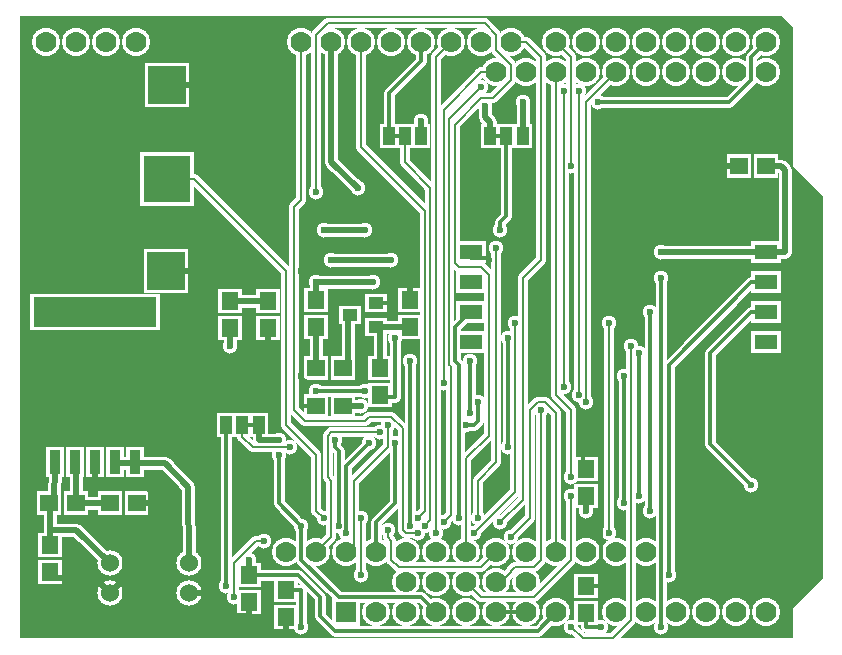
<source format=gbr>
G04 GERBER ASCII OUTPUT FROM: EDWINXP (VER. 1.61 REV. 20080915)*
G04 GERBER FORMAT: RX-274-X*
G04 BOARD: AMICUS_GSM_SHIELD*
G04 ARTWORK OF COMP.LAYERPOSITIVE SUPERIMPOSED ON NEGATIVE*
%ASAXBY*%
%FSLAX23Y23*%
%MIA0B0*%
%MOIN*%
%OFA0.0000B0.0000*%
%SFA1B1*%
%IJA0B0*%
%INLAYER2NEGPOS*%
%IOA0B0*%
%IPPOS*%
%IR0*%
G04 APERTURE MACROS*
%AMEDWDONUT*
1,1,$1,$2,$3*
1,0,$4,$2,$3*
%
%AMEDWFRECT*
20,1,$1,$2,$3,$4,$5,$6*
%
%AMEDWORECT*
20,1,$1,$2,$3,$4,$5,$10*
20,1,$1,$4,$5,$6,$7,$10*
20,1,$1,$6,$7,$8,$9,$10*
20,1,$1,$8,$9,$2,$3,$10*
1,1,$1,$2,$3*
1,1,$1,$4,$5*
1,1,$1,$6,$7*
1,1,$1,$8,$9*
%
%AMEDWLINER*
20,1,$1,$2,$3,$4,$5,$6*
1,1,$1,$2,$3*
1,1,$1,$4,$5*
%
%AMEDWFTRNG*
4,1,3,$1,$2,$3,$4,$5,$6,$7,$8,$9*
%
%AMEDWATRNG*
4,1,3,$1,$2,$3,$4,$5,$6,$7,$8,$9*
20,1,$11,$1,$2,$3,$4,$10*
20,1,$11,$3,$4,$5,$6,$10*
20,1,$11,$5,$6,$7,$8,$10*
1,1,$11,$3,$4*
1,1,$11,$5,$6*
1,1,$11,$7,$8*
%
%AMEDWOTRNG*
20,1,$1,$2,$3,$4,$5,$8*
20,1,$1,$4,$5,$6,$7,$8*
20,1,$1,$6,$7,$2,$3,$8*
1,1,$1,$2,$3*
1,1,$1,$4,$5*
1,1,$1,$6,$7*
%
G04*
G04 APERTURE LIST*
%ADD10R,0.07874X0.05512*%
%ADD11R,0.10274X0.07912*%
%ADD12R,0.0748X0.05118*%
%ADD13R,0.0988X0.07518*%
%ADD14R,0.0700X0.0650*%
%ADD15R,0.0940X0.0890*%
%ADD16R,0.0600X0.0550*%
%ADD17R,0.0840X0.0790*%
%ADD18R,0.0650X0.0700*%
%ADD19R,0.0890X0.0940*%
%ADD20R,0.0550X0.0600*%
%ADD21R,0.0790X0.0840*%
%ADD22R,0.01378X0.06496*%
%ADD23R,0.03778X0.08896*%
%ADD24R,0.01181X0.06299*%
%ADD25R,0.03581X0.08699*%
%ADD26R,0.03386X0.05354*%
%ADD27R,0.05786X0.07754*%
%ADD28R,0.0315X0.05118*%
%ADD29R,0.0555X0.07518*%
%ADD30R,0.16535X0.16535*%
%ADD31R,0.18935X0.18935*%
%ADD32R,0.15748X0.15748*%
%ADD33R,0.18148X0.18148*%
%ADD34R,0.0450X0.0900*%
%ADD35R,0.0690X0.1140*%
%ADD36R,0.0350X0.0800*%
%ADD37R,0.0590X0.1040*%
%ADD38R,0.4200X0.1100*%
%ADD39R,0.4440X0.1340*%
%ADD40R,0.4100X0.1000*%
%ADD41R,0.4340X0.1240*%
%ADD42R,0.0580X0.0500*%
%ADD43R,0.0820X0.0740*%
%ADD44R,0.0480X0.0400*%
%ADD45R,0.0720X0.0640*%
%ADD46R,0.04724X0.06693*%
%ADD47R,0.07124X0.09093*%
%ADD48R,0.03937X0.05906*%
%ADD49R,0.06337X0.08306*%
%ADD50R,0.1350X0.1350*%
%ADD51R,0.1590X0.1590*%
%ADD52R,0.1250X0.1250*%
%ADD53R,0.1490X0.1490*%
%ADD54R,0.1700X0.1700*%
%ADD55R,0.1940X0.1940*%
%ADD56R,0.1560X0.1560*%
%ADD57R,0.1800X0.1800*%
%ADD58R,0.0860X0.0860*%
%ADD59R,0.1100X0.1100*%
%ADD60R,0.0700X0.0700*%
%ADD61R,0.0940X0.0940*%
%ADD62C,0.00039*%
%ADD64C,0.0010*%
%ADD66C,0.00118*%
%ADD68C,0.00197*%
%ADD70C,0.0020*%
%ADD71R,0.0020X0.0020*%
%ADD72C,0.0030*%
%ADD73R,0.0030X0.0030*%
%ADD74C,0.00394*%
%ADD76C,0.0040*%
%ADD77R,0.0040X0.0040*%
%ADD78C,0.0050*%
%ADD79R,0.0050X0.0050*%
%ADD80C,0.00512*%
%ADD81R,0.00512X0.00512*%
%ADD82C,0.00591*%
%ADD83R,0.00591X0.00591*%
%ADD84C,0.00659*%
%ADD85R,0.00659X0.00659*%
%ADD86C,0.00787*%
%ADD87R,0.00787X0.00787*%
%ADD88C,0.00799*%
%ADD90C,0.0080*%
%ADD92C,0.00984*%
%ADD93R,0.00984X0.00984*%
%ADD94C,0.0100*%
%ADD95R,0.0100X0.0100*%
%ADD96C,0.01181*%
%ADD97R,0.01181X0.01181*%
%ADD98C,0.0120*%
%ADD100C,0.0120*%
%ADD102C,0.0126*%
%ADD104C,0.0130*%
%ADD106C,0.01378*%
%ADD107R,0.01378X0.01378*%
%ADD108C,0.0150*%
%ADD109R,0.0150X0.0150*%
%ADD110C,0.0160*%
%ADD112C,0.01654*%
%ADD113R,0.01654X0.01654*%
%ADD114C,0.01969*%
%ADD115R,0.01969X0.01969*%
%ADD116C,0.0200*%
%ADD118C,0.02362*%
%ADD119R,0.02362X0.02362*%
%ADD120C,0.0240*%
%ADD121R,0.0240X0.0240*%
%ADD122C,0.0240*%
%ADD123R,0.0240X0.0240*%
%ADD124C,0.02439*%
%ADD125R,0.02439X0.02439*%
%ADD126C,0.02441*%
%ADD127R,0.02441X0.02441*%
%ADD128C,0.0250*%
%ADD129R,0.0250X0.0250*%
%ADD130C,0.02597*%
%ADD132C,0.02756*%
%ADD134C,0.02794*%
%ADD136C,0.0290*%
%ADD138C,0.02912*%
%ADD139R,0.02912X0.02912*%
%ADD140C,0.02991*%
%ADD141R,0.02991X0.02991*%
%ADD142C,0.0300*%
%ADD143R,0.0300X0.0300*%
%ADD144C,0.03059*%
%ADD145R,0.03059X0.03059*%
%ADD146C,0.0315*%
%ADD147R,0.0315X0.0315*%
%ADD148C,0.03187*%
%ADD150C,0.03199*%
%ADD151R,0.03199X0.03199*%
%ADD152C,0.0320*%
%ADD153R,0.0320X0.0320*%
%ADD154C,0.03386*%
%ADD155R,0.03386X0.03386*%
%ADD156C,0.0350*%
%ADD157R,0.0350X0.0350*%
%ADD158C,0.03581*%
%ADD159R,0.03581X0.03581*%
%ADD160C,0.0360*%
%ADD162C,0.0370*%
%ADD164C,0.03778*%
%ADD165R,0.03778X0.03778*%
%ADD166C,0.0390*%
%ADD167R,0.0390X0.0390*%
%ADD168C,0.03937*%
%ADD169R,0.03937X0.03937*%
%ADD170C,0.0400*%
%ADD171R,0.0400X0.0400*%
%ADD172C,0.04173*%
%ADD173R,0.04173X0.04173*%
%ADD174C,0.04331*%
%ADD176C,0.04369*%
%ADD177R,0.04369X0.04369*%
%ADD178C,0.0440*%
%ADD180C,0.0450*%
%ADD181R,0.0450X0.0450*%
%ADD182C,0.0470*%
%ADD183R,0.0470X0.0470*%
%ADD184C,0.04724*%
%ADD185R,0.04724X0.04724*%
%ADD186C,0.04762*%
%ADD187R,0.04762X0.04762*%
%ADD188C,0.0490*%
%ADD189R,0.0490X0.0490*%
%ADD190C,0.04921*%
%ADD191R,0.04921X0.04921*%
%ADD192C,0.04961*%
%ADD193R,0.04961X0.04961*%
%ADD194C,0.0500*%
%ADD195R,0.0500X0.0500*%
%ADD196C,0.05118*%
%ADD197R,0.05118X0.05118*%
%ADD198C,0.05354*%
%ADD199R,0.05354X0.05354*%
%ADD200C,0.05512*%
%ADD201R,0.05512X0.05512*%
%ADD202C,0.0555*%
%ADD203R,0.0555X0.0555*%
%ADD204C,0.0560*%
%ADD205R,0.0560X0.0560*%
%ADD206C,0.0570*%
%ADD207R,0.0570X0.0570*%
%ADD208C,0.05786*%
%ADD209R,0.05786X0.05786*%
%ADD210C,0.0590*%
%ADD211R,0.0590X0.0590*%
%ADD212C,0.05906*%
%ADD213R,0.05906X0.05906*%
%ADD214C,0.05945*%
%ADD215R,0.05945X0.05945*%
%ADD216C,0.0600*%
%ADD217R,0.0600X0.0600*%
%ADD218C,0.0620*%
%ADD219R,0.0620X0.0620*%
%ADD220C,0.06201*%
%ADD221R,0.06201X0.06201*%
%ADD222C,0.06299*%
%ADD223R,0.06299X0.06299*%
%ADD224C,0.06337*%
%ADD225R,0.06337X0.06337*%
%ADD226C,0.06496*%
%ADD227R,0.06496X0.06496*%
%ADD228C,0.0650*%
%ADD229R,0.0650X0.0650*%
%ADD230C,0.06693*%
%ADD231R,0.06693X0.06693*%
%ADD232C,0.06731*%
%ADD233R,0.06731X0.06731*%
%ADD234C,0.0690*%
%ADD235R,0.0690X0.0690*%
%ADD236C,0.06906*%
%ADD237R,0.06906X0.06906*%
%ADD238C,0.0700*%
%ADD239R,0.0700X0.0700*%
%ADD240C,0.07008*%
%ADD241R,0.07008X0.07008*%
%ADD242C,0.07087*%
%ADD243R,0.07087X0.07087*%
%ADD244C,0.0710*%
%ADD245R,0.0710X0.0710*%
%ADD246C,0.07124*%
%ADD247R,0.07124X0.07124*%
%ADD248C,0.0740*%
%ADD249R,0.0740X0.0740*%
%ADD250C,0.0748*%
%ADD251R,0.0748X0.0748*%
%ADD252C,0.0750*%
%ADD253R,0.0750X0.0750*%
%ADD254C,0.07518*%
%ADD255R,0.07518X0.07518*%
%ADD256C,0.07598*%
%ADD257R,0.07598X0.07598*%
%ADD258C,0.0760*%
%ADD259R,0.0760X0.0760*%
%ADD260C,0.07754*%
%ADD261R,0.07754X0.07754*%
%ADD262C,0.07795*%
%ADD263R,0.07795X0.07795*%
%ADD264C,0.07874*%
%ADD265R,0.07874X0.07874*%
%ADD266C,0.07912*%
%ADD267R,0.07912X0.07912*%
%ADD268C,0.0800*%
%ADD269R,0.0800X0.0800*%
%ADD270C,0.0810*%
%ADD271R,0.0810X0.0810*%
%ADD272C,0.08268*%
%ADD273R,0.08268X0.08268*%
%ADD274C,0.08306*%
%ADD275R,0.08306X0.08306*%
%ADD276C,0.08345*%
%ADD277R,0.08345X0.08345*%
%ADD278C,0.0840*%
%ADD279R,0.0840X0.0840*%
%ADD280C,0.08598*%
%ADD281R,0.08598X0.08598*%
%ADD282C,0.0860*%
%ADD283R,0.0860X0.0860*%
%ADD284C,0.08601*%
%ADD285R,0.08601X0.08601*%
%ADD286C,0.08661*%
%ADD287R,0.08661X0.08661*%
%ADD288C,0.08699*%
%ADD289R,0.08699X0.08699*%
%ADD290C,0.0870*%
%ADD291R,0.0870X0.0870*%
%ADD292C,0.08896*%
%ADD293R,0.08896X0.08896*%
%ADD294C,0.0890*%
%ADD295R,0.0890X0.0890*%
%ADD296C,0.0900*%
%ADD297R,0.0900X0.0900*%
%ADD298C,0.09093*%
%ADD299R,0.09093X0.09093*%
%ADD300C,0.0940*%
%ADD301R,0.0940X0.0940*%
%ADD302C,0.09449*%
%ADD303R,0.09449X0.09449*%
%ADD304C,0.09528*%
%ADD305R,0.09528X0.09528*%
%ADD306C,0.0970*%
%ADD307R,0.0970X0.0970*%
%ADD308C,0.09843*%
%ADD309R,0.09843X0.09843*%
%ADD310C,0.0988*%
%ADD311R,0.0988X0.0988*%
%ADD312C,0.0990*%
%ADD313R,0.0990X0.0990*%
%ADD314C,0.09998*%
%ADD316C,0.1000*%
%ADD317R,0.1000X0.1000*%
%ADD318C,0.10236*%
%ADD319R,0.10236X0.10236*%
%ADD320C,0.10274*%
%ADD321R,0.10274X0.10274*%
%ADD322C,0.10315*%
%ADD323R,0.10315X0.10315*%
%ADD324C,0.1040*%
%ADD325R,0.1040X0.1040*%
%ADD326C,0.1063*%
%ADD327R,0.1063X0.1063*%
%ADD328C,0.10668*%
%ADD329R,0.10668X0.10668*%
%ADD330C,0.10998*%
%ADD331R,0.10998X0.10998*%
%ADD332C,0.1100*%
%ADD333R,0.1100X0.1100*%
%ADD334C,0.11024*%
%ADD335R,0.11024X0.11024*%
%ADD336C,0.11061*%
%ADD337R,0.11061X0.11061*%
%ADD338C,0.1110*%
%ADD339R,0.1110X0.1110*%
%ADD340C,0.1120*%
%ADD341R,0.1120X0.1120*%
%ADD342C,0.1140*%
%ADD343R,0.1140X0.1140*%
%ADD344C,0.1150*%
%ADD345R,0.1150X0.1150*%
%ADD346C,0.11811*%
%ADD347R,0.11811X0.11811*%
%ADD348C,0.1200*%
%ADD349R,0.1200X0.1200*%
%ADD350C,0.1210*%
%ADD351R,0.1210X0.1210*%
%ADD352C,0.12243*%
%ADD353R,0.12243X0.12243*%
%ADD354C,0.1240*%
%ADD355R,0.1240X0.1240*%
%ADD356C,0.1250*%
%ADD357R,0.1250X0.1250*%
%ADD358C,0.12598*%
%ADD359R,0.12598X0.12598*%
%ADD360C,0.12636*%
%ADD361R,0.12636X0.12636*%
%ADD362C,0.12992*%
%ADD363R,0.12992X0.12992*%
%ADD364C,0.1300*%
%ADD365R,0.1300X0.1300*%
%ADD366C,0.1340*%
%ADD367R,0.1340X0.1340*%
%ADD368C,0.1390*%
%ADD369R,0.1390X0.1390*%
%ADD370C,0.1420*%
%ADD371R,0.1420X0.1420*%
%ADD372C,0.1440*%
%ADD373R,0.1440X0.1440*%
%ADD374C,0.14567*%
%ADD375R,0.14567X0.14567*%
%ADD376C,0.1490*%
%ADD377R,0.1490X0.1490*%
%ADD378C,0.14961*%
%ADD379R,0.14961X0.14961*%
%ADD380C,0.15118*%
%ADD381R,0.15118X0.15118*%
%ADD382C,0.1520*%
%ADD383R,0.1520X0.1520*%
%ADD384C,0.15354*%
%ADD385R,0.15354X0.15354*%
%ADD386C,0.15374*%
%ADD387R,0.15374X0.15374*%
%ADD388C,0.1540*%
%ADD389R,0.1540X0.1540*%
%ADD390C,0.15748*%
%ADD391R,0.15748X0.15748*%
%ADD392C,0.16535*%
%ADD393R,0.16535X0.16535*%
%ADD394C,0.1660*%
%ADD395R,0.1660X0.1660*%
%ADD396C,0.17323*%
%ADD398C,0.1760*%
%ADD399R,0.1760X0.1760*%
%ADD400C,0.17774*%
%ADD401R,0.17774X0.17774*%
%ADD402C,0.18148*%
%ADD403R,0.18148X0.18148*%
%ADD404C,0.18504*%
%ADD406C,0.18898*%
%ADD408C,0.18935*%
%ADD409R,0.18935X0.18935*%
%ADD410C,0.19685*%
%ADD411R,0.19685X0.19685*%
%ADD412C,0.20472*%
%ADD413R,0.20472X0.20472*%
%ADD414C,0.20904*%
%ADD416C,0.2126*%
%ADD418C,0.21298*%
%ADD420C,0.22085*%
%ADD421R,0.22085X0.22085*%
%ADD422C,0.22835*%
%ADD425R,0.22872X0.22872*%
%ADD427R,0.23622X0.23622*%
%ADD429R,0.24409X0.24409*%
%ADD431R,0.24937X0.24937*%
%ADD433R,0.26022X0.26022*%
%ADD435R,0.26142X0.26142*%
%ADD437R,0.26929X0.26929*%
%ADD439R,0.27337X0.27337*%
%ADD441R,0.31496X0.31496*%
%ADD443R,0.32811X0.32811*%
%ADD445R,0.33896X0.33896*%
%ADD447R,0.35211X0.35211*%
%ADD449R,0.35433X0.35433*%
%ADD451R,0.3622X0.3622*%
%ADD453R,0.37833X0.37833*%
%ADD455R,0.3862X0.3862*%
%ADD456C,0.4862*%
%ADD457R,0.4862X0.4862*%
%ADD458C,0.5862*%
%ADD459R,0.5862X0.5862*%
%ADD460C,0.6862*%
%ADD461R,0.6862X0.6862*%
%ADD462C,0.7862*%
%ADD463R,0.7862X0.7862*%
%ADD464C,0.8862*%
%ADD465R,0.8862X0.8862*%
%ADD466C,0.9862*%
%ADD467R,0.9862X0.9862*%
%ADD468C,1.0862*%
%ADD469R,1.0862X1.0862*%
%ADD470C,1.1862*%
%ADD471R,1.1862X1.1862*%
%ADD472C,1.2862*%
%ADD473R,1.2862X1.2862*%
%ADD474C,1.3862*%
%ADD475R,1.3862X1.3862*%
%ADD476C,1.4862*%
%ADD477R,1.4862X1.4862*%
%ADD478C,1.5862*%
%ADD479R,1.5862X1.5862*%
%ADD480C,1.6862*%
%ADD481R,1.6862X1.6862*%
%ADD482C,1.7862*%
%ADD483R,1.7862X1.7862*%
%ADD484C,1.8862*%
%ADD485R,1.8862X1.8862*%
%ADD486C,1.9862*%
%ADD487R,1.9862X1.9862*%
G04*
%LNLLAYER2CPOURD*%
%LPD*%
G36*
X1688Y100D02*
X1688Y13D01*
X13Y13D01*
X13Y2088D01*
X2550Y2088D01*
X2588Y2050D01*
X2588Y1588D01*
X2688Y1488D01*
X2688Y213D01*
X2588Y113D01*
X2588Y13D01*
X1713Y13D01*
X1688Y100D01*
G37*
G36*
X1700Y100D02*
X1663Y13D01*
X1750Y13D01*
X1700Y100D01*
G37*
%LNLLAYER2CRELIEVEC*%
%LPC*%
D13*
X2500Y1300D02*D03*
X2500Y1200D02*D03*
X2500Y1100D02*D03*
X2500Y1000D02*D03*
X1516Y1200D02*D03*
X1516Y1100D02*D03*
X1516Y1000D02*D03*
D17*
X313Y463D02*D03*
X200Y463D02*D03*
X110Y463D02*D03*
D21*
X775Y225D02*D03*
D278*
X575Y263D02*D03*
X313Y263D02*D03*
D300*
X900Y300D02*D03*
X1000Y300D02*D03*
X1100Y300D02*D03*
X1200Y300D02*D03*
X1300Y300D02*D03*
X1400Y300D02*D03*
X1500Y300D02*D03*
X1600Y300D02*D03*
X1700Y200D02*D03*
X1600Y200D02*D03*
X1500Y200D02*D03*
X1400Y200D02*D03*
X1300Y200D02*D03*
D37*
X128Y600D02*D03*
X195Y600D02*D03*
X329Y600D02*D03*
X396Y600D02*D03*
D41*
X263Y1100D02*D03*
D300*
X1800Y2000D02*D03*
X1900Y2000D02*D03*
X2000Y2000D02*D03*
X2100Y2000D02*D03*
X2200Y2000D02*D03*
X2300Y2000D02*D03*
X2400Y2000D02*D03*
X2500Y2000D02*D03*
X1300Y100D02*D03*
X1400Y100D02*D03*
X1500Y100D02*D03*
X1800Y100D02*D03*
X950Y2000D02*D03*
X1050Y2000D02*D03*
X1150Y2000D02*D03*
X1250Y2000D02*D03*
X1350Y2000D02*D03*
X1450Y2000D02*D03*
X1550Y2000D02*D03*
X1650Y2000D02*D03*
X2000Y100D02*D03*
X2100Y100D02*D03*
X2200Y100D02*D03*
X2300Y100D02*D03*
X2400Y100D02*D03*
X2500Y100D02*D03*
X1600Y1900D02*D03*
X1700Y1900D02*D03*
X1800Y1900D02*D03*
X1900Y1900D02*D03*
X2000Y1900D02*D03*
X2100Y1900D02*D03*
X2200Y1900D02*D03*
X2300Y1900D02*D03*
X2400Y1900D02*D03*
X2500Y1900D02*D03*
D21*
X1900Y488D02*D03*
X900Y175D02*D03*
X1313Y1050D02*D03*
X1213Y913D02*D03*
X1213Y823D02*D03*
D45*
X1200Y1050D02*D03*
X1112Y1090D02*D03*
D17*
X1090Y788D02*D03*
D49*
X1350Y1688D02*D03*
X1296Y1688D02*D03*
X1242Y1688D02*D03*
X1688Y1688D02*D03*
X1633Y1688D02*D03*
X1579Y1688D02*D03*
X700Y725D02*D03*
X754Y725D02*D03*
X808Y725D02*D03*
D17*
X2500Y1588D02*D03*
D21*
X113Y325D02*D03*
X1000Y1050D02*D03*
X1000Y1140D02*D03*
D17*
X1090Y913D02*D03*
X1000Y913D02*D03*
D57*
X502Y1544D02*D03*
D300*
X2100Y300D02*D03*
X2000Y300D02*D03*
X1900Y300D02*D03*
X1800Y300D02*D03*
X1700Y300D02*D03*
D21*
X713Y1138D02*D03*
X713Y1048D02*D03*
X1900Y98D02*D03*
D300*
X100Y2000D02*D03*
X200Y2000D02*D03*
X300Y2000D02*D03*
X400Y2000D02*D03*
D21*
X838Y1138D02*D03*
D61*
X1100Y100D02*D03*
D300*
X1200Y100D02*D03*
D316*
X100Y100D02*D03*
X600Y2000D02*D03*
X2600Y300D02*D03*
D53*
X500Y1238D02*D03*
D21*
X1900Y578D02*D03*
X900Y85D02*D03*
X1313Y1140D02*D03*
D45*
X1200Y1130D02*D03*
D17*
X1000Y788D02*D03*
D21*
X838Y1048D02*D03*
D53*
X502Y1856D02*D03*
D17*
X2410Y1588D02*D03*
D13*
X1516Y1300D02*D03*
D21*
X1900Y188D02*D03*
D300*
X1700Y100D02*D03*
X1600Y100D02*D03*
D21*
X113Y235D02*D03*
D37*
X262Y600D02*D03*
D278*
X313Y164D02*D03*
X575Y164D02*D03*
D21*
X775Y135D02*D03*
D17*
X403Y463D02*D03*
D196*
X950Y50D02*D03*
X700Y188D02*D03*
X713Y988D02*D03*
X1000Y1200D02*D03*
X1188Y1200D02*D03*
X2113Y1100D02*D03*
X2113Y438D02*D03*
X1900Y438D02*D03*
X775Y275D02*D03*
X1363Y388D02*D03*
X950Y388D02*D03*
X875Y625D02*D03*
X1950Y50D02*D03*
X2150Y50D02*D03*
X2150Y1213D02*D03*
X1250Y1275D02*D03*
X1050Y1275D02*D03*
X1513Y763D02*D03*
X1513Y938D02*D03*
X1500Y725D02*D03*
X1538Y800D02*D03*
X1900Y800D02*D03*
X1850Y1588D02*D03*
X1875Y825D02*D03*
X1875Y1838D02*D03*
X1850Y550D02*D03*
X1825Y850D02*D03*
X1825Y1838D02*D03*
X1425Y863D02*D03*
X2025Y888D02*D03*
X2025Y463D02*D03*
X1163Y838D02*D03*
X1000Y838D02*D03*
X1750Y775D02*D03*
X2075Y963D02*D03*
X2075Y488D02*D03*
X1850Y488D02*D03*
X2050Y988D02*D03*
X1850Y50D02*D03*
X2450Y525D02*D03*
X1475Y413D02*D03*
X2175Y225D02*D03*
X1425Y400D02*D03*
X1550Y1850D02*D03*
X2150Y1300D02*D03*
X1600Y1313D02*D03*
X1538Y413D02*D03*
X1400Y363D02*D03*
X1613Y1375D02*D03*
X1163Y1375D02*D03*
X1025Y1375D02*D03*
X1338Y413D02*D03*
X1313Y388D02*D03*
X1313Y938D02*D03*
X1138Y1513D02*D03*
X1338Y363D02*D03*
X1263Y663D02*D03*
X1238Y725D02*D03*
X1213Y700D02*D03*
X1175Y663D02*D03*
X1100Y363D02*D03*
X1150Y413D02*D03*
X1150Y225D02*D03*
X825Y338D02*D03*
X725Y150D02*D03*
X1075Y388D02*D03*
X1063Y675D02*D03*
X1000Y1500D02*D03*
X1238Y375D02*D03*
X1613Y400D02*D03*
X1025Y413D02*D03*
X913Y650D02*D03*
X875Y675D02*D03*
X1563Y1788D02*D03*
X1350Y1738D02*D03*
X1688Y1800D02*D03*
X1938Y1800D02*D03*
X1150Y788D02*D03*
X1263Y1013D02*D03*
X1638Y1013D02*D03*
X1638Y650D02*D03*
X1650Y350D02*D03*
D96*
X100Y800D02*D03*
X100Y900D02*D03*
X200Y900D02*D03*
X300Y900D02*D03*
X400Y900D02*D03*
X500Y900D02*D03*
X500Y1100D02*D03*
X500Y1000D02*D03*
X400Y1000D02*D03*
X300Y1000D02*D03*
X200Y1000D02*D03*
X100Y1000D02*D03*
D196*
X1525Y363D02*D03*
X1663Y1063D02*D03*
X1975Y1063D02*D03*
X1975Y363D02*D03*
D96*
X200Y1300D02*D03*
X300Y1300D02*D03*
X400Y1300D02*D03*
X400Y1200D02*D03*
X300Y1200D02*D03*
X200Y1200D02*D03*
X100Y1200D02*D03*
X100Y700D02*D03*
X200Y700D02*D03*
X300Y700D02*D03*
X400Y700D02*D03*
X500Y700D02*D03*
X500Y800D02*D03*
X400Y800D02*D03*
X300Y800D02*D03*
X200Y800D02*D03*
X1300Y1450D02*D03*
X1250Y1450D02*D03*
X1200Y1450D02*D03*
X1200Y1500D02*D03*
X900Y1500D02*D03*
X900Y1600D02*D03*
X700Y1300D02*D03*
X600Y1300D02*D03*
X200Y300D02*D03*
X250Y400D02*D03*
X400Y300D02*D03*
X400Y400D02*D03*
X500Y500D02*D03*
X800Y600D02*D03*
X600Y1100D02*D03*
X100Y1300D02*D03*
X988Y713D02*D03*
X1938Y838D02*D03*
X2100Y375D02*D03*
X2050Y1150D02*D03*
X2100Y1150D02*D03*
X2000Y1150D02*D03*
X1925Y1150D02*D03*
X1733Y1152D02*D03*
X1650Y1150D02*D03*
X850Y925D02*D03*
X1325Y975D02*D03*
X1150Y975D02*D03*
X1550Y1450D02*D03*
X1550Y1550D02*D03*
X1550Y1500D02*D03*
X1250Y1500D02*D03*
X500Y100D02*D03*
X400Y100D02*D03*
X300Y100D02*D03*
X200Y100D02*D03*
X2050Y1063D02*D03*
X2075Y1025D02*D03*
X2025Y1025D02*D03*
X1738Y1025D02*D03*
X2100Y1600D02*D03*
X2100Y1500D02*D03*
X2000Y1500D02*D03*
X2000Y1600D02*D03*
X1900Y363D02*D03*
X875Y375D02*D03*
X738Y563D02*D03*
X800Y538D02*D03*
X2600Y600D02*D03*
X2600Y700D02*D03*
X2600Y800D02*D03*
X2600Y900D02*D03*
X2300Y600D02*D03*
X2200Y600D02*D03*
X2200Y650D02*D03*
X2200Y750D02*D03*
X2250Y650D02*D03*
X2200Y700D02*D03*
X2200Y800D02*D03*
X2250Y600D02*D03*
X2250Y700D02*D03*
X2250Y750D02*D03*
X2250Y800D02*D03*
X600Y100D02*D03*
X2500Y400D02*D03*
X2400Y700D02*D03*
X2400Y800D02*D03*
X2400Y900D02*D03*
X2500Y900D02*D03*
X2500Y800D02*D03*
X2500Y700D02*D03*
X2500Y600D02*D03*
X2500Y500D02*D03*
X2600Y500D02*D03*
D162*
X750Y725D02*
X813Y725D01*
X1238Y1688D02*
X1300Y1688D01*
X1575Y1688D02*
X1638Y1688D01*
D104*
X1250Y1238D02*
X1250Y1130D01*
X1200Y1130D01*
D116*
X313Y164D02*
X450Y302D01*
X450Y463D01*
X450Y500D01*
X438Y513D01*
X288Y513D01*
X262Y539D01*
X262Y600D01*
X1313Y1238D02*
X1313Y1140D01*
D104*
X1250Y1238D02*
X1313Y1238D01*
D116*
X1313Y1275D02*
X1313Y1238D01*
D104*
X950Y1238D02*
X1250Y1238D01*
X1888Y638D02*
X1925Y638D01*
X1949Y613D01*
X1949Y238D01*
D116*
X450Y463D02*
X403Y463D01*
X625Y163D02*
X700Y88D01*
X775Y88D01*
X900Y25D02*
X838Y25D01*
X775Y88D01*
D104*
X1949Y238D02*
X1949Y188D01*
X1900Y188D01*
X1975Y163D02*
X1975Y212D01*
X1949Y238D01*
D116*
X650Y888D02*
X650Y488D01*
X1925Y1275D02*
X2238Y1588D01*
X2410Y1588D01*
D96*
X950Y888D02*
X950Y1238D01*
D116*
X650Y888D02*
X738Y888D01*
X838Y988D01*
X838Y1048D01*
X855Y1575D02*
X855Y1838D01*
X613Y1838D01*
X595Y1856D01*
X502Y1856D01*
X625Y163D02*
X650Y188D01*
X650Y488D01*
X313Y164D02*
X264Y213D01*
X113Y213D01*
D96*
X113Y213D02*
X113Y235D01*
D116*
X775Y88D02*
X775Y135D01*
D96*
X950Y888D02*
X950Y788D01*
X1000Y788D01*
D116*
X855Y1238D02*
X500Y1238D01*
D96*
X1600Y100D02*
X1700Y100D01*
X575Y164D02*
X577Y163D01*
D116*
X577Y163D02*
X625Y163D01*
D104*
X1888Y638D02*
X1888Y600D01*
D96*
X1888Y600D02*
X1900Y588D01*
X1900Y578D01*
X1575Y1275D02*
X1569Y1281D01*
X1516Y1281D01*
X1516Y1300D01*
D86*
X950Y888D02*
X975Y863D01*
X1138Y863D01*
D116*
X900Y25D02*
X900Y85D01*
D158*
X700Y188D02*
X700Y725D01*
D162*
X950Y50D02*
X950Y175D01*
X900Y175D01*
D178*
X113Y338D02*
X112Y464D01*
D158*
X112Y464D02*
X114Y461D01*
X107Y470D01*
X110Y474D01*
X127Y474D01*
D178*
X127Y474D02*
X128Y588D01*
D158*
X128Y588D02*
X128Y600D01*
D178*
X313Y263D02*
X200Y375D01*
X113Y375D01*
D158*
X113Y375D02*
X113Y338D01*
X114Y461D02*
X110Y463D01*
X113Y338D02*
X113Y325D01*
D178*
X1000Y1200D02*
X1188Y1200D01*
D158*
X2113Y438D02*
X2113Y1100D01*
D178*
X1000Y1200D02*
X1000Y1140D01*
X1900Y438D02*
X1900Y488D01*
X713Y988D02*
X713Y1048D01*
X200Y463D02*
X200Y570D01*
D158*
X200Y570D02*
X195Y575D01*
X195Y600D01*
D178*
X200Y463D02*
X313Y463D01*
X575Y263D02*
X574Y518D01*
X496Y597D01*
X459Y597D01*
X395Y597D01*
X325Y598D01*
D158*
X325Y598D02*
X329Y600D01*
X395Y597D02*
X396Y600D01*
X775Y225D02*
X938Y225D01*
X1013Y150D01*
X1013Y88D01*
X1063Y38D01*
X1738Y38D01*
X1800Y100D01*
D178*
X775Y225D02*
X775Y275D01*
D148*
X1363Y388D02*
X1381Y406D01*
X1381Y1515D01*
X1296Y1600D01*
X1296Y1688D01*
D158*
X950Y388D02*
X950Y275D01*
X1075Y150D01*
X1350Y150D01*
X1400Y100D01*
X875Y625D02*
X875Y463D01*
X950Y388D01*
D162*
X1950Y50D02*
X1900Y50D01*
X1900Y98D01*
D158*
X2150Y1213D02*
X2150Y1175D01*
X2149Y1174D01*
X2149Y188D01*
X2150Y187D01*
X2150Y50D01*
D178*
X1050Y1275D02*
X1250Y1275D01*
D162*
X1513Y938D02*
X1513Y763D01*
X1538Y800D02*
X1538Y738D01*
X1525Y725D01*
X1500Y725D01*
D148*
X1900Y800D02*
X1900Y1800D01*
X2000Y1900D01*
X1850Y1588D02*
X1850Y1950D01*
X1800Y2000D01*
X1875Y1838D02*
X1875Y825D01*
D152*
X1850Y550D02*
X1850Y775D01*
X1800Y825D01*
X1800Y1900D01*
D148*
X1825Y1838D02*
X1825Y850D01*
X1425Y863D02*
X1425Y1775D01*
X1550Y1900D01*
X1600Y1900D01*
D162*
X2025Y463D02*
X2025Y888D01*
X1000Y838D02*
X1163Y838D01*
D148*
X1750Y775D02*
X1750Y275D01*
X1725Y250D01*
X1663Y250D01*
X1650Y238D01*
X1650Y235D01*
X1615Y200D01*
X1600Y200D01*
D162*
X2075Y488D02*
X2075Y963D01*
D148*
X1850Y488D02*
X1850Y275D01*
X1725Y150D01*
X1550Y150D01*
X1500Y200D01*
X1850Y50D02*
X1888Y13D01*
X1988Y13D01*
X2050Y75D01*
X2050Y988D01*
D162*
X2450Y525D02*
X2314Y661D01*
X2314Y964D01*
X2450Y1100D01*
X2500Y1100D01*
X1475Y413D02*
X1475Y925D01*
X1463Y938D01*
X1463Y1050D01*
X1513Y1100D01*
D148*
X1513Y1100D02*
X1516Y1100D01*
D162*
X2175Y225D02*
X2175Y925D01*
X2450Y1200D01*
X2500Y1200D01*
D148*
X1550Y1850D02*
X1444Y1744D01*
X1444Y925D01*
X1450Y919D01*
X1450Y425D01*
X1425Y400D01*
D178*
X2500Y1300D02*
X2563Y1300D01*
X2563Y1575D01*
X2550Y1588D01*
X2500Y1588D01*
X2500Y1300D02*
X2150Y1300D01*
D148*
X1538Y413D02*
X1538Y538D01*
X1600Y600D01*
X1600Y1313D01*
X1400Y363D02*
X1400Y1950D01*
X1450Y2000D01*
D162*
X1613Y1375D02*
X1613Y1400D01*
X1633Y1421D01*
X1633Y1688D01*
D178*
X1025Y1375D02*
X1163Y1375D01*
D158*
X1350Y2000D02*
X1350Y1938D01*
X1242Y1829D01*
X1242Y1688D01*
D178*
X1000Y1050D02*
X1000Y913D01*
D148*
X1338Y413D02*
X1363Y438D01*
X1363Y1438D01*
X1150Y1650D01*
X1150Y2000D01*
D162*
X1313Y938D02*
X1313Y388D01*
D178*
X1138Y1513D02*
X1050Y1600D01*
X1050Y2000D01*
D148*
X1338Y363D02*
X1300Y363D01*
X1288Y375D01*
X1288Y713D01*
X1250Y750D01*
X1175Y750D01*
X1163Y738D01*
X963Y738D01*
X925Y775D01*
X925Y1450D01*
X950Y1475D01*
X950Y2000D01*
D162*
X1263Y663D02*
X1263Y463D01*
X1200Y400D01*
X1200Y300D01*
D148*
X1238Y725D02*
X1238Y650D01*
X1125Y538D01*
X1125Y325D01*
X1100Y300D01*
X1213Y700D02*
X1050Y700D01*
X1038Y688D01*
X1038Y550D01*
X1050Y538D01*
X1050Y350D01*
X1000Y300D01*
D162*
X1100Y363D02*
X1100Y588D01*
X1175Y663D01*
D148*
X1150Y225D02*
X1150Y413D01*
X725Y150D02*
X725Y263D01*
X800Y338D01*
X825Y338D01*
D162*
X1063Y675D02*
X1063Y650D01*
X1075Y638D01*
X1075Y388D01*
D148*
X1000Y1500D02*
X1000Y2025D01*
X1038Y2063D01*
X1563Y2063D01*
X1600Y2025D01*
X1600Y1975D01*
X1650Y1925D01*
X1650Y1875D01*
X1588Y1813D01*
X1550Y1813D01*
X1463Y1725D01*
X1463Y1263D01*
X1475Y1250D01*
X1550Y1250D01*
X1575Y1225D01*
X1575Y688D01*
X1500Y613D01*
X1500Y300D01*
X1238Y375D02*
X1238Y350D01*
X1250Y338D01*
X1250Y275D01*
X1275Y250D01*
X1550Y250D01*
X1600Y300D01*
X1613Y400D02*
X1688Y475D01*
X1688Y1213D01*
X1750Y1275D01*
X1750Y1950D01*
X1700Y2000D01*
X1650Y2000D01*
X1025Y413D02*
X1000Y438D01*
X1000Y625D01*
X900Y725D01*
X900Y1238D01*
X593Y1544D01*
X502Y1544D01*
X913Y650D02*
X788Y650D01*
X754Y683D01*
X754Y725D01*
D178*
X875Y675D02*
X808Y675D01*
X808Y725D01*
X1563Y1788D02*
X1563Y1750D01*
X1579Y1733D01*
X1579Y1688D01*
X1350Y1738D02*
X1350Y1688D01*
X1688Y1800D02*
X1688Y1688D01*
D158*
X1938Y1800D02*
X2375Y1800D01*
X2450Y1875D01*
X2450Y1950D01*
X2500Y2000D01*
D178*
X1150Y788D02*
X1090Y788D01*
D158*
X1112Y1090D02*
X1110Y1090D01*
X1105Y1089D01*
X1105Y1088D01*
D178*
X1105Y1088D02*
X1106Y911D01*
D158*
X1106Y911D02*
X1090Y913D01*
D162*
X1263Y1013D02*
X1263Y816D01*
X1246Y816D01*
X1208Y816D01*
D148*
X1208Y816D02*
X1213Y823D01*
D162*
X1638Y650D02*
X1638Y1013D01*
D158*
X1200Y1050D02*
X1195Y1051D01*
X1207Y1042D01*
X1212Y1053D01*
D178*
X1212Y1053D02*
X1213Y913D01*
X1200Y1050D02*
X1313Y1050D01*
D148*
X1650Y350D02*
X1713Y413D01*
X1713Y775D01*
X1738Y800D01*
X1763Y800D01*
X1800Y763D01*
X1800Y300D01*
X1663Y1063D02*
X1663Y500D01*
X1525Y363D01*
D152*
X1975Y363D02*
X1975Y1063D01*
D158*
X838Y1138D02*
X839Y1137D01*
D178*
X839Y1137D02*
X714Y1137D01*
D158*
X714Y1137D02*
X713Y1138D01*
%LNLLAYER2CFILLD*%
%LPD*%
D12*
X2500Y1300D02*D03*
X2500Y1200D02*D03*
X2500Y1100D02*D03*
X2500Y1000D02*D03*
X1516Y1200D02*D03*
X1516Y1100D02*D03*
X1516Y1000D02*D03*
D16*
X313Y463D02*D03*
X200Y463D02*D03*
X110Y463D02*D03*
D20*
X775Y225D02*D03*
D216*
X575Y263D02*D03*
X313Y263D02*D03*
D238*
X900Y300D02*D03*
X1000Y300D02*D03*
X1100Y300D02*D03*
X1200Y300D02*D03*
X1300Y300D02*D03*
X1400Y300D02*D03*
X1500Y300D02*D03*
X1600Y300D02*D03*
X1700Y200D02*D03*
X1600Y200D02*D03*
X1500Y200D02*D03*
X1400Y200D02*D03*
X1300Y200D02*D03*
D36*
X128Y600D02*D03*
X195Y600D02*D03*
X329Y600D02*D03*
X396Y600D02*D03*
D40*
X263Y1100D02*D03*
D238*
X1800Y2000D02*D03*
X1900Y2000D02*D03*
X2000Y2000D02*D03*
X2100Y2000D02*D03*
X2200Y2000D02*D03*
X2300Y2000D02*D03*
X2400Y2000D02*D03*
X2500Y2000D02*D03*
X1300Y100D02*D03*
X1400Y100D02*D03*
X1500Y100D02*D03*
X1800Y100D02*D03*
X950Y2000D02*D03*
X1050Y2000D02*D03*
X1150Y2000D02*D03*
X1250Y2000D02*D03*
X1350Y2000D02*D03*
X1450Y2000D02*D03*
X1550Y2000D02*D03*
X1650Y2000D02*D03*
X2000Y100D02*D03*
X2100Y100D02*D03*
X2200Y100D02*D03*
X2300Y100D02*D03*
X2400Y100D02*D03*
X2500Y100D02*D03*
X1600Y1900D02*D03*
X1700Y1900D02*D03*
X1800Y1900D02*D03*
X1900Y1900D02*D03*
X2000Y1900D02*D03*
X2100Y1900D02*D03*
X2200Y1900D02*D03*
X2300Y1900D02*D03*
X2400Y1900D02*D03*
X2500Y1900D02*D03*
D20*
X1900Y488D02*D03*
X900Y175D02*D03*
X1313Y1050D02*D03*
X1213Y913D02*D03*
X1213Y823D02*D03*
D44*
X1200Y1050D02*D03*
X1112Y1090D02*D03*
D16*
X1090Y788D02*D03*
D48*
X1350Y1688D02*D03*
X1296Y1688D02*D03*
X1242Y1688D02*D03*
X1688Y1688D02*D03*
X1633Y1688D02*D03*
X1579Y1688D02*D03*
X700Y725D02*D03*
X754Y725D02*D03*
X808Y725D02*D03*
D16*
X2500Y1588D02*D03*
D20*
X113Y325D02*D03*
X1000Y1050D02*D03*
X1000Y1140D02*D03*
D16*
X1090Y913D02*D03*
X1000Y913D02*D03*
D56*
X502Y1544D02*D03*
D238*
X2100Y300D02*D03*
X2000Y300D02*D03*
X1900Y300D02*D03*
X1800Y300D02*D03*
X1700Y300D02*D03*
D20*
X713Y1138D02*D03*
X713Y1048D02*D03*
X1900Y98D02*D03*
D238*
X100Y2000D02*D03*
X200Y2000D02*D03*
X300Y2000D02*D03*
X400Y2000D02*D03*
D20*
X838Y1138D02*D03*
D60*
X1100Y100D02*D03*
D238*
X1200Y100D02*D03*
D316*
X100Y100D02*D03*
X600Y2000D02*D03*
X2600Y300D02*D03*
D52*
X500Y1238D02*D03*
D20*
X1900Y578D02*D03*
X900Y85D02*D03*
X1313Y1140D02*D03*
D44*
X1200Y1130D02*D03*
D16*
X1000Y788D02*D03*
D20*
X838Y1048D02*D03*
D52*
X502Y1856D02*D03*
D16*
X2410Y1588D02*D03*
D12*
X1516Y1300D02*D03*
D20*
X1900Y188D02*D03*
D238*
X1700Y100D02*D03*
X1600Y100D02*D03*
D20*
X113Y235D02*D03*
D36*
X262Y600D02*D03*
D216*
X313Y164D02*D03*
X575Y164D02*D03*
D20*
X775Y135D02*D03*
D16*
X403Y463D02*D03*
D118*
X1888Y638D02*D03*
X1313Y1275D02*D03*
X950Y1238D02*D03*
X900Y25D02*D03*
X1975Y163D02*D03*
X650Y888D02*D03*
X650Y488D02*D03*
X1925Y1275D02*D03*
X1575Y1275D02*D03*
X950Y888D02*D03*
X855Y1238D02*D03*
X855Y1575D02*D03*
X1138Y863D02*D03*
X950Y50D02*D03*
X700Y188D02*D03*
X713Y988D02*D03*
X1000Y1200D02*D03*
X1188Y1200D02*D03*
X2113Y1100D02*D03*
X2113Y438D02*D03*
X1900Y438D02*D03*
X775Y275D02*D03*
X1363Y388D02*D03*
X950Y388D02*D03*
X875Y625D02*D03*
X1950Y50D02*D03*
X2150Y50D02*D03*
X2150Y1213D02*D03*
X1250Y1275D02*D03*
X1050Y1275D02*D03*
X1513Y763D02*D03*
X1513Y938D02*D03*
X1500Y725D02*D03*
X1538Y800D02*D03*
X1900Y800D02*D03*
X1850Y1588D02*D03*
X1875Y825D02*D03*
X1875Y1838D02*D03*
X1850Y550D02*D03*
X1825Y850D02*D03*
X1825Y1838D02*D03*
X1425Y863D02*D03*
X2025Y888D02*D03*
X2025Y463D02*D03*
X1163Y838D02*D03*
X1000Y838D02*D03*
X1750Y775D02*D03*
X2075Y963D02*D03*
X2075Y488D02*D03*
X1850Y488D02*D03*
X2050Y988D02*D03*
X1850Y50D02*D03*
X2450Y525D02*D03*
X1475Y413D02*D03*
X2175Y225D02*D03*
X1425Y400D02*D03*
X1550Y1850D02*D03*
X2150Y1300D02*D03*
X1600Y1313D02*D03*
X1538Y413D02*D03*
X1400Y363D02*D03*
X1613Y1375D02*D03*
X1163Y1375D02*D03*
X1025Y1375D02*D03*
X1338Y413D02*D03*
X1313Y388D02*D03*
X1313Y938D02*D03*
X1138Y1513D02*D03*
X1338Y363D02*D03*
X1263Y663D02*D03*
X1238Y725D02*D03*
X1213Y700D02*D03*
X1175Y663D02*D03*
X1100Y363D02*D03*
X1150Y413D02*D03*
X1150Y225D02*D03*
X825Y338D02*D03*
X725Y150D02*D03*
X1075Y388D02*D03*
X1063Y675D02*D03*
X1000Y1500D02*D03*
X1238Y375D02*D03*
X1613Y400D02*D03*
X1025Y413D02*D03*
X913Y650D02*D03*
X875Y675D02*D03*
X1563Y1788D02*D03*
X1350Y1738D02*D03*
X1688Y1800D02*D03*
X1938Y1800D02*D03*
X1150Y788D02*D03*
X1263Y1013D02*D03*
X1638Y1013D02*D03*
X1638Y650D02*D03*
X1650Y350D02*D03*
D96*
X100Y800D02*D03*
X100Y900D02*D03*
X200Y900D02*D03*
X300Y900D02*D03*
X400Y900D02*D03*
X500Y900D02*D03*
X500Y1100D02*D03*
X500Y1000D02*D03*
X400Y1000D02*D03*
X300Y1000D02*D03*
X200Y1000D02*D03*
X100Y1000D02*D03*
D118*
X1525Y363D02*D03*
X1663Y1063D02*D03*
X1975Y1063D02*D03*
X1975Y363D02*D03*
D96*
X200Y1300D02*D03*
X300Y1300D02*D03*
X400Y1300D02*D03*
X400Y1200D02*D03*
X300Y1200D02*D03*
X200Y1200D02*D03*
X100Y1200D02*D03*
X100Y700D02*D03*
X200Y700D02*D03*
X300Y700D02*D03*
X400Y700D02*D03*
X500Y700D02*D03*
X500Y800D02*D03*
X400Y800D02*D03*
X300Y800D02*D03*
X200Y800D02*D03*
X1300Y1450D02*D03*
X1250Y1450D02*D03*
X1200Y1450D02*D03*
X1200Y1500D02*D03*
X900Y1500D02*D03*
X900Y1600D02*D03*
X700Y1300D02*D03*
X600Y1300D02*D03*
X200Y300D02*D03*
X250Y400D02*D03*
X400Y300D02*D03*
X400Y400D02*D03*
X500Y500D02*D03*
X800Y600D02*D03*
X600Y1100D02*D03*
X100Y1300D02*D03*
X988Y713D02*D03*
X1938Y838D02*D03*
X2100Y375D02*D03*
X2050Y1150D02*D03*
X2100Y1150D02*D03*
X2000Y1150D02*D03*
X1925Y1150D02*D03*
X1733Y1152D02*D03*
X1650Y1150D02*D03*
X850Y925D02*D03*
X1325Y975D02*D03*
X1150Y975D02*D03*
X1550Y1450D02*D03*
X1550Y1550D02*D03*
X1550Y1500D02*D03*
X1250Y1500D02*D03*
X500Y100D02*D03*
X400Y100D02*D03*
X300Y100D02*D03*
X200Y100D02*D03*
X2050Y1063D02*D03*
X2075Y1025D02*D03*
X2025Y1025D02*D03*
X1738Y1025D02*D03*
X2100Y1600D02*D03*
X2100Y1500D02*D03*
X2000Y1500D02*D03*
X2000Y1600D02*D03*
X1900Y363D02*D03*
X875Y375D02*D03*
X738Y563D02*D03*
X800Y538D02*D03*
X2600Y600D02*D03*
X2600Y700D02*D03*
X2600Y800D02*D03*
X2600Y900D02*D03*
X2300Y600D02*D03*
X2200Y600D02*D03*
X2200Y650D02*D03*
X2200Y750D02*D03*
X2250Y650D02*D03*
X2200Y700D02*D03*
X2200Y800D02*D03*
X2250Y600D02*D03*
X2250Y700D02*D03*
X2250Y750D02*D03*
X2250Y800D02*D03*
X600Y100D02*D03*
X2500Y400D02*D03*
X2400Y700D02*D03*
X2400Y800D02*D03*
X2400Y900D02*D03*
X2500Y900D02*D03*
X2500Y800D02*D03*
X2500Y700D02*D03*
X2500Y600D02*D03*
X2500Y500D02*D03*
X2600Y500D02*D03*
D104*
X750Y725D02*
X813Y725D01*
X1238Y1688D02*
X1300Y1688D01*
X1575Y1688D02*
X1638Y1688D01*
X1250Y1238D02*
X1250Y1130D01*
X1200Y1130D01*
D116*
X313Y164D02*
X450Y302D01*
X450Y463D01*
X450Y500D01*
X438Y513D01*
X288Y513D01*
X262Y539D01*
X262Y600D01*
X1313Y1238D02*
X1313Y1140D01*
D104*
X1250Y1238D02*
X1313Y1238D01*
D116*
X1313Y1275D02*
X1313Y1238D01*
D104*
X950Y1238D02*
X1250Y1238D01*
X1888Y638D02*
X1925Y638D01*
X1949Y613D01*
X1949Y238D01*
D116*
X450Y463D02*
X403Y463D01*
X625Y163D02*
X700Y88D01*
X775Y88D01*
X900Y25D02*
X838Y25D01*
X775Y88D01*
D104*
X1949Y238D02*
X1949Y188D01*
X1900Y188D01*
X1975Y163D02*
X1975Y212D01*
X1949Y238D01*
D116*
X650Y888D02*
X650Y488D01*
X1925Y1275D02*
X2238Y1588D01*
X2410Y1588D01*
D96*
X950Y888D02*
X950Y1238D01*
D116*
X650Y888D02*
X738Y888D01*
X838Y988D01*
X838Y1048D01*
X855Y1575D02*
X855Y1838D01*
X613Y1838D01*
X595Y1856D01*
X502Y1856D01*
X625Y163D02*
X650Y188D01*
X650Y488D01*
X313Y164D02*
X264Y213D01*
X113Y213D01*
D96*
X113Y213D02*
X113Y235D01*
D116*
X775Y88D02*
X775Y135D01*
D96*
X950Y888D02*
X950Y788D01*
X1000Y788D01*
D116*
X855Y1238D02*
X500Y1238D01*
D96*
X1600Y100D02*
X1700Y100D01*
X575Y164D02*
X577Y163D01*
D116*
X577Y163D02*
X625Y163D01*
D104*
X1888Y638D02*
X1888Y600D01*
D96*
X1888Y600D02*
X1900Y588D01*
X1900Y578D01*
X1575Y1275D02*
X1569Y1281D01*
X1516Y1281D01*
X1516Y1300D01*
D86*
X950Y888D02*
X975Y863D01*
X1138Y863D01*
D116*
X900Y25D02*
X900Y85D01*
D96*
X700Y188D02*
X700Y725D01*
D104*
X950Y50D02*
X950Y175D01*
X900Y175D01*
D116*
X113Y338D02*
X112Y464D01*
D96*
X112Y464D02*
X114Y461D01*
X107Y470D01*
X110Y474D01*
X127Y474D01*
D116*
X127Y474D02*
X128Y588D01*
D96*
X128Y588D02*
X128Y600D01*
D116*
X313Y263D02*
X200Y375D01*
X113Y375D01*
D96*
X113Y375D02*
X113Y338D01*
X114Y461D02*
X110Y463D01*
X113Y338D02*
X113Y325D01*
D116*
X1000Y1200D02*
X1188Y1200D01*
D96*
X2113Y438D02*
X2113Y1100D01*
D116*
X1000Y1200D02*
X1000Y1140D01*
X1900Y438D02*
X1900Y488D01*
X713Y988D02*
X713Y1048D01*
X200Y463D02*
X200Y570D01*
D96*
X200Y570D02*
X195Y575D01*
X195Y600D01*
D116*
X200Y463D02*
X313Y463D01*
X575Y263D02*
X574Y518D01*
X496Y597D01*
X459Y597D01*
X395Y597D01*
X325Y598D01*
D96*
X325Y598D02*
X329Y600D01*
X395Y597D02*
X396Y600D01*
X775Y225D02*
X938Y225D01*
X1013Y150D01*
X1013Y88D01*
X1063Y38D01*
X1738Y38D01*
X1800Y100D01*
D116*
X775Y225D02*
X775Y275D01*
D86*
X1363Y388D02*
X1381Y406D01*
X1381Y1515D01*
X1296Y1600D01*
X1296Y1688D01*
D96*
X950Y388D02*
X950Y275D01*
X1075Y150D01*
X1350Y150D01*
X1400Y100D01*
X875Y625D02*
X875Y463D01*
X950Y388D01*
D104*
X1950Y50D02*
X1900Y50D01*
X1900Y98D01*
D96*
X2150Y1213D02*
X2150Y1175D01*
X2149Y1174D01*
X2149Y188D01*
X2150Y187D01*
X2150Y50D01*
D116*
X1050Y1275D02*
X1250Y1275D01*
D104*
X1513Y938D02*
X1513Y763D01*
X1538Y800D02*
X1538Y738D01*
X1525Y725D01*
X1500Y725D01*
D86*
X1900Y800D02*
X1900Y1800D01*
X2000Y1900D01*
X1850Y1588D02*
X1850Y1950D01*
X1800Y2000D01*
X1875Y1838D02*
X1875Y825D01*
D90*
X1850Y550D02*
X1850Y775D01*
X1800Y825D01*
X1800Y1900D01*
D86*
X1825Y1838D02*
X1825Y850D01*
X1425Y863D02*
X1425Y1775D01*
X1550Y1900D01*
X1600Y1900D01*
D104*
X2025Y463D02*
X2025Y888D01*
X1000Y838D02*
X1163Y838D01*
D86*
X1750Y775D02*
X1750Y275D01*
X1725Y250D01*
X1663Y250D01*
X1650Y238D01*
X1650Y235D01*
X1615Y200D01*
X1600Y200D01*
D104*
X2075Y488D02*
X2075Y963D01*
D86*
X1850Y488D02*
X1850Y275D01*
X1725Y150D01*
X1550Y150D01*
X1500Y200D01*
X1850Y50D02*
X1888Y13D01*
X1988Y13D01*
X2050Y75D01*
X2050Y988D01*
D104*
X2450Y525D02*
X2314Y661D01*
X2314Y964D01*
X2450Y1100D01*
X2500Y1100D01*
X1475Y413D02*
X1475Y925D01*
X1463Y938D01*
X1463Y1050D01*
X1513Y1100D01*
D86*
X1513Y1100D02*
X1516Y1100D01*
D104*
X2175Y225D02*
X2175Y925D01*
X2450Y1200D01*
X2500Y1200D01*
D86*
X1550Y1850D02*
X1444Y1744D01*
X1444Y925D01*
X1450Y919D01*
X1450Y425D01*
X1425Y400D01*
D116*
X2500Y1300D02*
X2563Y1300D01*
X2563Y1575D01*
X2550Y1588D01*
X2500Y1588D01*
X2500Y1300D02*
X2150Y1300D01*
D86*
X1538Y413D02*
X1538Y538D01*
X1600Y600D01*
X1600Y1313D01*
X1400Y363D02*
X1400Y1950D01*
X1450Y2000D01*
D104*
X1613Y1375D02*
X1613Y1400D01*
X1633Y1421D01*
X1633Y1688D01*
D116*
X1025Y1375D02*
X1163Y1375D01*
D96*
X1350Y2000D02*
X1350Y1938D01*
X1242Y1829D01*
X1242Y1688D01*
D116*
X1000Y1050D02*
X1000Y913D01*
D86*
X1338Y413D02*
X1363Y438D01*
X1363Y1438D01*
X1150Y1650D01*
X1150Y2000D01*
D104*
X1313Y938D02*
X1313Y388D01*
D116*
X1138Y1513D02*
X1050Y1600D01*
X1050Y2000D01*
D86*
X1338Y363D02*
X1300Y363D01*
X1288Y375D01*
X1288Y713D01*
X1250Y750D01*
X1175Y750D01*
X1163Y738D01*
X963Y738D01*
X925Y775D01*
X925Y1450D01*
X950Y1475D01*
X950Y2000D01*
D104*
X1263Y663D02*
X1263Y463D01*
X1200Y400D01*
X1200Y300D01*
D86*
X1238Y725D02*
X1238Y650D01*
X1125Y538D01*
X1125Y325D01*
X1100Y300D01*
X1213Y700D02*
X1050Y700D01*
X1038Y688D01*
X1038Y550D01*
X1050Y538D01*
X1050Y350D01*
X1000Y300D01*
D104*
X1100Y363D02*
X1100Y588D01*
X1175Y663D01*
D86*
X1150Y225D02*
X1150Y413D01*
X725Y150D02*
X725Y263D01*
X800Y338D01*
X825Y338D01*
D104*
X1063Y675D02*
X1063Y650D01*
X1075Y638D01*
X1075Y388D01*
D86*
X1000Y1500D02*
X1000Y2025D01*
X1038Y2063D01*
X1563Y2063D01*
X1600Y2025D01*
X1600Y1975D01*
X1650Y1925D01*
X1650Y1875D01*
X1588Y1813D01*
X1550Y1813D01*
X1463Y1725D01*
X1463Y1263D01*
X1475Y1250D01*
X1550Y1250D01*
X1575Y1225D01*
X1575Y688D01*
X1500Y613D01*
X1500Y300D01*
X1238Y375D02*
X1238Y350D01*
X1250Y338D01*
X1250Y275D01*
X1275Y250D01*
X1550Y250D01*
X1600Y300D01*
X1613Y400D02*
X1688Y475D01*
X1688Y1213D01*
X1750Y1275D01*
X1750Y1950D01*
X1700Y2000D01*
X1650Y2000D01*
X1025Y413D02*
X1000Y438D01*
X1000Y625D01*
X900Y725D01*
X900Y1238D01*
X593Y1544D01*
X502Y1544D01*
X913Y650D02*
X788Y650D01*
X754Y683D01*
X754Y725D01*
D116*
X875Y675D02*
X808Y675D01*
X808Y725D01*
X1563Y1788D02*
X1563Y1750D01*
X1579Y1733D01*
X1579Y1688D01*
X1350Y1738D02*
X1350Y1688D01*
X1688Y1800D02*
X1688Y1688D01*
D96*
X1938Y1800D02*
X2375Y1800D01*
X2450Y1875D01*
X2450Y1950D01*
X2500Y2000D01*
D116*
X1150Y788D02*
X1090Y788D01*
D96*
X1112Y1090D02*
X1110Y1090D01*
X1105Y1089D01*
X1105Y1088D01*
D116*
X1105Y1088D02*
X1106Y911D01*
D96*
X1106Y911D02*
X1090Y913D01*
D104*
X1263Y1013D02*
X1263Y816D01*
X1246Y816D01*
X1208Y816D01*
D86*
X1208Y816D02*
X1213Y823D01*
D104*
X1638Y650D02*
X1638Y1013D01*
D96*
X1200Y1050D02*
X1195Y1051D01*
X1207Y1042D01*
X1212Y1053D01*
D116*
X1212Y1053D02*
X1213Y913D01*
X1200Y1050D02*
X1313Y1050D01*
D86*
X1650Y350D02*
X1713Y413D01*
X1713Y775D01*
X1738Y800D01*
X1763Y800D01*
X1800Y763D01*
X1800Y300D01*
X1663Y1063D02*
X1663Y500D01*
X1525Y363D01*
D90*
X1975Y363D02*
X1975Y1063D01*
D96*
X838Y1138D02*
X839Y1137D01*
D116*
X839Y1137D02*
X714Y1137D01*
D96*
X714Y1137D02*
X713Y1138D01*
M02*

</source>
